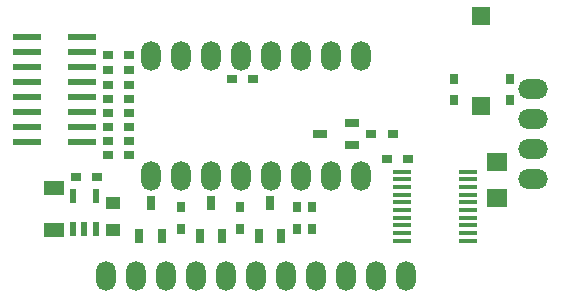
<source format=gts>
%FSLAX34Y34*%
G04 Gerber Fmt 3.4, Leading zero omitted, Abs format*
G04 (created by PCBNEW (2013-12-28 BZR 4579)-product) date ons 26 feb 2014 22:49:01 CET*
%MOIN*%
G01*
G70*
G90*
G04 APERTURE LIST*
%ADD10C,0.005906*%
%ADD11O,0.064961X0.100000*%
%ADD12O,0.100000X0.065000*%
%ADD13R,0.035433X0.031496*%
%ADD14R,0.050000X0.031496*%
%ADD15R,0.031496X0.050000*%
%ADD16R,0.035433X0.027559*%
%ADD17R,0.031496X0.035433*%
%ADD18R,0.062992X0.011811*%
%ADD19R,0.020000X0.050000*%
%ADD20R,0.051181X0.043307*%
%ADD21R,0.066929X0.051181*%
%ADD22O,0.065000X0.100000*%
%ADD23R,0.093701X0.021969*%
%ADD24R,0.070866X0.059055*%
%ADD25R,0.062992X0.059055*%
G04 APERTURE END LIST*
G54D10*
G54D11*
X52712Y-45307D03*
X51712Y-45307D03*
X50712Y-45307D03*
X49712Y-45307D03*
X48712Y-45307D03*
X47712Y-45307D03*
X46712Y-45307D03*
X45712Y-45307D03*
X45712Y-41307D03*
X46712Y-41307D03*
X47712Y-41307D03*
X48712Y-41307D03*
X49712Y-41307D03*
X50712Y-41307D03*
X51712Y-41307D03*
X52712Y-41307D03*
G54D12*
X58464Y-42397D03*
X58464Y-43397D03*
X58464Y-44397D03*
X58464Y-45397D03*
G54D13*
X43937Y-45314D03*
X43228Y-45314D03*
X53582Y-44724D03*
X54291Y-44724D03*
G54D14*
X51340Y-43897D03*
X52438Y-43522D03*
X52438Y-44272D03*
G54D15*
X49685Y-46183D03*
X50060Y-47281D03*
X49310Y-47281D03*
X47716Y-46183D03*
X48091Y-47281D03*
X47341Y-47281D03*
X45708Y-46183D03*
X46083Y-47281D03*
X45333Y-47281D03*
G54D13*
X45000Y-44606D03*
G54D16*
X44291Y-44606D03*
G54D13*
X45000Y-44133D03*
X44291Y-44133D03*
X45000Y-43661D03*
X44291Y-43661D03*
X45000Y-43188D03*
X44291Y-43188D03*
X45000Y-42716D03*
X44291Y-42716D03*
X45000Y-42244D03*
X44291Y-42244D03*
X45000Y-41771D03*
X44291Y-41771D03*
X45000Y-41259D03*
X44291Y-41259D03*
X53779Y-43897D03*
X53070Y-43897D03*
G54D17*
X50590Y-47047D03*
X50590Y-46338D03*
X48700Y-46338D03*
X48700Y-47047D03*
X46732Y-46338D03*
X46732Y-47047D03*
X57677Y-42047D03*
X57677Y-42755D03*
G54D18*
X54094Y-45147D03*
X54094Y-45403D03*
X54094Y-45659D03*
X54094Y-45915D03*
X54094Y-46171D03*
X54094Y-46427D03*
X54094Y-46683D03*
X54094Y-46938D03*
X54094Y-47194D03*
X54094Y-47450D03*
X56299Y-47450D03*
X56299Y-47194D03*
X56299Y-46938D03*
X56299Y-46683D03*
X56299Y-46427D03*
X56299Y-46171D03*
X56299Y-45915D03*
X56299Y-45659D03*
X56299Y-45403D03*
X56299Y-45147D03*
G54D19*
X43128Y-47045D03*
X43878Y-47045D03*
X43128Y-45946D03*
X43503Y-47045D03*
X43878Y-45946D03*
G54D20*
X44448Y-46200D03*
X44448Y-47106D03*
G54D21*
X42480Y-45679D03*
X42480Y-47076D03*
G54D13*
X48425Y-42047D03*
X49133Y-42047D03*
G54D17*
X51102Y-46338D03*
X51102Y-47047D03*
G54D22*
X44212Y-48622D03*
X45212Y-48622D03*
X46212Y-48622D03*
X47212Y-48622D03*
X48212Y-48622D03*
X49212Y-48622D03*
X50212Y-48622D03*
X51212Y-48622D03*
X52212Y-48622D03*
X53212Y-48622D03*
X54212Y-48622D03*
G54D23*
X43435Y-44151D03*
X43435Y-43651D03*
X43435Y-43151D03*
X43435Y-42651D03*
X43435Y-42151D03*
X43435Y-41651D03*
X43435Y-41151D03*
X43435Y-40651D03*
X41604Y-40651D03*
X41604Y-41151D03*
X41604Y-41651D03*
X41604Y-42151D03*
X41604Y-42651D03*
X41604Y-43151D03*
X41604Y-43651D03*
X41604Y-44151D03*
G54D24*
X57244Y-44842D03*
X57244Y-46023D03*
G54D17*
X55826Y-42755D03*
X55826Y-42047D03*
G54D25*
X56732Y-39960D03*
X56732Y-42952D03*
M02*

</source>
